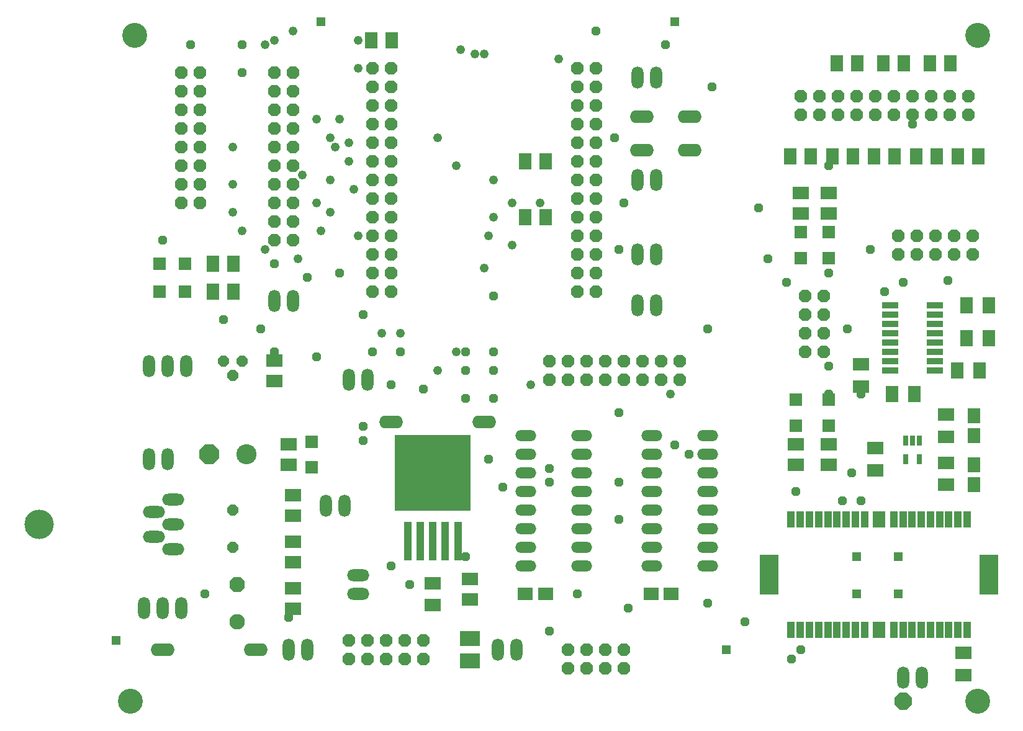
<source format=gts>
G75*
G70*
%OFA0B0*%
%FSLAX24Y24*%
%IPPOS*%
%LPD*%
%AMOC8*
5,1,8,0,0,1.08239X$1,22.5*
%
%ADD10C,0.1340*%
%ADD11OC8,0.0680*%
%ADD12R,0.0710X0.0867*%
%ADD13OC8,0.0600*%
%ADD14C,0.1080*%
%ADD15OC8,0.1080*%
%ADD16O,0.1189X0.0634*%
%ADD17C,0.1576*%
%ADD18O,0.1280X0.0680*%
%ADD19C,0.0830*%
%ADD20OC8,0.0830*%
%ADD21R,0.0297X0.0552*%
%ADD22R,0.0867X0.0671*%
%ADD23OC8,0.0930*%
%ADD24R,0.0671X0.0671*%
%ADD25R,0.0867X0.0710*%
%ADD26O,0.1120X0.0600*%
%ADD27R,0.4080X0.4080*%
%ADD28R,0.0400X0.2080*%
%ADD29R,0.1064X0.0848*%
%ADD30O,0.0640X0.1200*%
%ADD31R,0.0848X0.0671*%
%ADD32R,0.0671X0.0848*%
%ADD33R,0.0671X0.0867*%
%ADD34R,0.0880X0.0340*%
%ADD35O,0.1200X0.0640*%
%ADD36R,0.0395X0.0867*%
%ADD37R,0.1025X0.2167*%
%ADD38C,0.0480*%
%ADD39OC8,0.0476*%
%ADD40R,0.0476X0.0476*%
D10*
X006120Y002558D03*
X051620Y002558D03*
X051620Y038308D03*
X006370Y038308D03*
D11*
X008870Y036308D03*
X009870Y036308D03*
X009870Y035308D03*
X008870Y035308D03*
X008870Y034308D03*
X009870Y034308D03*
X009870Y033308D03*
X008870Y033308D03*
X008870Y032308D03*
X009870Y032308D03*
X009870Y031308D03*
X008870Y031308D03*
X008870Y030308D03*
X009870Y030308D03*
X009870Y029308D03*
X008870Y029308D03*
X013870Y029308D03*
X014870Y029308D03*
X014870Y028308D03*
X013870Y028308D03*
X013870Y027308D03*
X014870Y027308D03*
X014870Y030308D03*
X014870Y031308D03*
X014870Y032308D03*
X013870Y032308D03*
X013870Y031308D03*
X013870Y030308D03*
X013870Y033308D03*
X013870Y034308D03*
X014870Y034308D03*
X014870Y033308D03*
X014870Y035308D03*
X014870Y036308D03*
X013870Y036308D03*
X013870Y035308D03*
X019120Y035558D03*
X020120Y035558D03*
X020120Y036558D03*
X019120Y036558D03*
X019120Y034558D03*
X020120Y034558D03*
X020120Y033558D03*
X019120Y033558D03*
X019120Y032558D03*
X020120Y032558D03*
X020120Y031558D03*
X019120Y031558D03*
X019120Y030558D03*
X020120Y030558D03*
X020120Y029558D03*
X019120Y029558D03*
X019120Y028558D03*
X020120Y028558D03*
X020120Y027558D03*
X019120Y027558D03*
X019120Y026558D03*
X020120Y026558D03*
X020120Y025558D03*
X019120Y025558D03*
X019120Y024558D03*
X020120Y024558D03*
X028620Y020808D03*
X029620Y020808D03*
X030620Y020808D03*
X031620Y020808D03*
X032620Y020808D03*
X033620Y020808D03*
X034620Y020808D03*
X035620Y020808D03*
X035620Y019808D03*
X034620Y019808D03*
X033620Y019808D03*
X032620Y019808D03*
X031620Y019808D03*
X030620Y019808D03*
X029620Y019808D03*
X028620Y019808D03*
X030120Y024558D03*
X031120Y024558D03*
X031120Y025558D03*
X031120Y026558D03*
X030120Y026558D03*
X030120Y025558D03*
X030120Y027558D03*
X030120Y028558D03*
X031120Y028558D03*
X031120Y027558D03*
X031120Y029558D03*
X031120Y030558D03*
X030120Y030558D03*
X030120Y029558D03*
X030120Y031558D03*
X030120Y032558D03*
X031120Y032558D03*
X031120Y031558D03*
X031120Y033558D03*
X031120Y034558D03*
X030120Y034558D03*
X030120Y033558D03*
X030120Y035558D03*
X030120Y036558D03*
X031120Y036558D03*
X031120Y035558D03*
X042120Y035058D03*
X043120Y035058D03*
X044120Y035058D03*
X045120Y035058D03*
X046120Y035058D03*
X047120Y035058D03*
X048120Y035058D03*
X049120Y035058D03*
X050120Y035058D03*
X051120Y035058D03*
X051120Y034058D03*
X050120Y034058D03*
X049120Y034058D03*
X048120Y034058D03*
X047120Y034058D03*
X046120Y034058D03*
X045120Y034058D03*
X044120Y034058D03*
X043120Y034058D03*
X042120Y034058D03*
X047370Y027558D03*
X048370Y027558D03*
X049370Y027558D03*
X050370Y027558D03*
X051370Y027558D03*
X051370Y026558D03*
X050370Y026558D03*
X049370Y026558D03*
X048370Y026558D03*
X047370Y026558D03*
X043370Y024308D03*
X042370Y024308D03*
X042370Y023308D03*
X043370Y023308D03*
X043370Y022308D03*
X042370Y022308D03*
X042370Y021308D03*
X043370Y021308D03*
X032620Y005308D03*
X031620Y005308D03*
X030620Y005308D03*
X029620Y005308D03*
X029620Y004308D03*
X030620Y004308D03*
X031620Y004308D03*
X032620Y004308D03*
X021870Y004808D03*
X020870Y004808D03*
X019870Y004808D03*
X018870Y004808D03*
X017870Y004808D03*
X017870Y005808D03*
X018870Y005808D03*
X019870Y005808D03*
X020870Y005808D03*
X021870Y005808D03*
D12*
X011671Y024558D03*
X010569Y024558D03*
X010569Y026058D03*
X011671Y026058D03*
X027319Y028558D03*
X028421Y028558D03*
X028421Y031558D03*
X027319Y031558D03*
X020171Y038058D03*
X019069Y038058D03*
X041569Y031808D03*
X042671Y031808D03*
X043819Y031808D03*
X044921Y031808D03*
X046069Y031808D03*
X047171Y031808D03*
X048319Y031808D03*
X049421Y031808D03*
X050569Y031808D03*
X051671Y031808D03*
X050171Y036808D03*
X049069Y036808D03*
X047671Y036808D03*
X046569Y036808D03*
X045171Y036808D03*
X044069Y036808D03*
D13*
X012120Y020808D03*
X011620Y020058D03*
X011120Y020808D03*
X011620Y012808D03*
X011620Y010808D03*
D14*
X012370Y015808D03*
D15*
X010370Y015808D03*
D16*
X008427Y013396D03*
X007391Y012727D03*
X008427Y012058D03*
X007391Y011388D03*
X008427Y010719D03*
D17*
X001222Y012058D03*
D18*
X007870Y005308D03*
X012870Y005308D03*
X020120Y017558D03*
X025120Y017558D03*
X033590Y032168D03*
X033590Y033948D03*
X036150Y033948D03*
X036150Y032168D03*
D19*
X011870Y006808D03*
D20*
X011870Y008808D03*
D21*
X047746Y015546D03*
X048494Y015546D03*
X048494Y016569D03*
X048120Y016569D03*
X047746Y016569D03*
D22*
X046120Y016148D03*
X046120Y014967D03*
X049930Y015358D03*
X049930Y014177D03*
X049930Y016757D03*
X049930Y017938D03*
X045370Y019467D03*
X045370Y020648D03*
X050870Y005148D03*
X050870Y003967D03*
X022370Y007717D03*
X022370Y008898D03*
D23*
X047620Y002558D03*
D24*
X043620Y017369D03*
X043620Y018747D03*
X041870Y018747D03*
X041870Y017369D03*
X042120Y026369D03*
X042120Y027747D03*
X043620Y027747D03*
X043620Y026369D03*
X015870Y016497D03*
X015870Y015119D03*
X009059Y024558D03*
X007681Y024558D03*
X007681Y026058D03*
X009059Y026058D03*
D25*
X013870Y020859D03*
X013870Y019756D03*
X014620Y016359D03*
X014620Y015256D03*
X014870Y013609D03*
X014870Y012506D03*
X014870Y011109D03*
X014870Y010006D03*
X014870Y008609D03*
X014870Y007506D03*
X024370Y008006D03*
X024370Y009109D03*
X041870Y015256D03*
X041870Y016359D03*
X043620Y016359D03*
X043620Y015256D03*
X043620Y028756D03*
X043620Y029859D03*
X042120Y029859D03*
X042120Y028756D03*
D26*
X037120Y016808D03*
X037120Y015808D03*
X037120Y014808D03*
X037120Y013808D03*
X037120Y012808D03*
X037120Y011808D03*
X037120Y010808D03*
X037120Y009808D03*
X034120Y009808D03*
X034120Y010808D03*
X034120Y011808D03*
X034120Y012808D03*
X034120Y013808D03*
X034120Y014808D03*
X034120Y015808D03*
X034120Y016808D03*
X030370Y016808D03*
X030370Y015808D03*
X030370Y014808D03*
X030370Y013808D03*
X030370Y012808D03*
X030370Y011808D03*
X030370Y010808D03*
X030370Y009808D03*
X027370Y009808D03*
X027370Y010808D03*
X027370Y011808D03*
X027370Y012808D03*
X027370Y013808D03*
X027370Y014808D03*
X027370Y015808D03*
X027370Y016808D03*
D27*
X022370Y014808D03*
D28*
X022370Y011138D03*
X023040Y011138D03*
X023710Y011138D03*
X021700Y011138D03*
X021030Y011138D03*
D29*
X024370Y005908D03*
X024370Y004707D03*
D30*
X025870Y005308D03*
X026870Y005308D03*
X017620Y013058D03*
X016620Y013058D03*
X008870Y007558D03*
X007870Y007558D03*
X006870Y007558D03*
X014620Y005308D03*
X015620Y005308D03*
X008120Y015558D03*
X007120Y015558D03*
X007120Y020558D03*
X008120Y020558D03*
X009120Y020558D03*
X013870Y024058D03*
X014870Y024058D03*
X017870Y019808D03*
X018870Y019808D03*
X033370Y023808D03*
X034370Y023808D03*
X034370Y026558D03*
X033370Y026558D03*
X033370Y030558D03*
X034370Y030558D03*
X034370Y036058D03*
X033370Y036058D03*
X047620Y003808D03*
X048620Y003808D03*
D31*
X035161Y008308D03*
X034078Y008308D03*
X028411Y008308D03*
X027328Y008308D03*
D32*
X051430Y014176D03*
X051430Y015259D03*
X051430Y016806D03*
X051430Y017889D03*
D33*
X051710Y020308D03*
X050529Y020308D03*
X051029Y022058D03*
X052210Y022058D03*
X052210Y023808D03*
X051029Y023808D03*
X048210Y019058D03*
X047029Y019058D03*
X046332Y012308D03*
X046332Y006402D03*
D34*
X046910Y020308D03*
X046910Y020808D03*
X046910Y021308D03*
X046910Y021808D03*
X046910Y022308D03*
X046910Y022808D03*
X046910Y023308D03*
X046910Y023808D03*
X049330Y023808D03*
X049330Y023308D03*
X049330Y022808D03*
X049330Y022308D03*
X049330Y021808D03*
X049330Y021308D03*
X049330Y020808D03*
X049330Y020308D03*
D35*
X018370Y009308D03*
X018370Y008308D03*
D36*
X041608Y006402D03*
X042100Y006402D03*
X042592Y006402D03*
X043084Y006402D03*
X043576Y006402D03*
X044069Y006402D03*
X044561Y006402D03*
X045053Y006402D03*
X045545Y006402D03*
X047120Y006402D03*
X047612Y006402D03*
X048104Y006402D03*
X048596Y006402D03*
X049088Y006402D03*
X049580Y006402D03*
X050073Y006402D03*
X050565Y006402D03*
X051057Y006402D03*
X051057Y012308D03*
X050565Y012308D03*
X050073Y012308D03*
X049580Y012308D03*
X049088Y012308D03*
X048596Y012308D03*
X048104Y012308D03*
X047612Y012308D03*
X047120Y012308D03*
X045545Y012308D03*
X045053Y012308D03*
X044561Y012308D03*
X044069Y012308D03*
X043576Y012308D03*
X043084Y012308D03*
X042592Y012308D03*
X042100Y012308D03*
X041608Y012308D03*
D37*
X040427Y009355D03*
X052238Y009355D03*
D38*
X035120Y019058D03*
X027620Y019558D03*
X023620Y021308D03*
X022620Y020308D03*
X020620Y022308D03*
X019620Y022308D03*
X015120Y026308D03*
X013370Y026808D03*
X012120Y027808D03*
X011620Y028808D03*
X011620Y030308D03*
X011620Y032308D03*
X015370Y030808D03*
X016870Y030558D03*
X018120Y030058D03*
X016870Y028808D03*
X016120Y029308D03*
X016370Y027808D03*
X018370Y027558D03*
X017870Y031558D03*
X017120Y032308D03*
X017870Y032558D03*
X016870Y032808D03*
X017370Y033808D03*
X016120Y033808D03*
X018370Y036558D03*
X018370Y038058D03*
X014870Y038558D03*
X013870Y038058D03*
X013370Y037808D03*
X022620Y032808D03*
X023620Y031308D03*
X025620Y030558D03*
X026620Y029308D03*
X025620Y028558D03*
X025370Y027558D03*
X026620Y027058D03*
X025120Y025808D03*
X028120Y029308D03*
X029120Y037058D03*
X025120Y037308D03*
X024620Y037308D03*
X023870Y037558D03*
D39*
X031120Y038558D03*
X034870Y037808D03*
X037370Y035558D03*
X032120Y032808D03*
X032620Y029308D03*
X032370Y026808D03*
X037120Y022558D03*
X041370Y025058D03*
X040370Y026308D03*
X039870Y029058D03*
X043620Y031308D03*
X048120Y033558D03*
X045870Y026808D03*
X047620Y025058D03*
X046620Y024558D03*
X044620Y022558D03*
X043620Y020558D03*
X043620Y019058D03*
X045370Y019058D03*
X044870Y014808D03*
X045370Y013308D03*
X044370Y013308D03*
X041870Y013808D03*
X036120Y015808D03*
X035370Y016308D03*
X032370Y018058D03*
X028620Y015058D03*
X028620Y014308D03*
X026120Y014058D03*
X025370Y015558D03*
X025620Y018808D03*
X024120Y018808D03*
X024120Y020308D03*
X024120Y021308D03*
X025620Y021308D03*
X025620Y020308D03*
X021870Y019308D03*
X020120Y019558D03*
X020620Y021308D03*
X019120Y021308D03*
X018620Y023308D03*
X016120Y021058D03*
X013870Y021308D03*
X013120Y022558D03*
X011120Y023058D03*
X013870Y026058D03*
X015620Y025308D03*
X017370Y025558D03*
X025620Y024308D03*
X018620Y017308D03*
X018620Y016558D03*
X024120Y010308D03*
X021120Y008808D03*
X020120Y009808D03*
X014620Y007058D03*
X010120Y008308D03*
X028620Y006308D03*
X030120Y008308D03*
X032870Y007558D03*
X037120Y007808D03*
X039120Y006808D03*
X041620Y004808D03*
X042120Y005308D03*
X032370Y012308D03*
X032370Y014308D03*
X043620Y025558D03*
X050020Y025158D03*
X012120Y036308D03*
X012120Y037808D03*
X009370Y037808D03*
X007870Y027308D03*
D40*
X016370Y039058D03*
X035370Y039058D03*
X045120Y010308D03*
X045120Y008308D03*
X047370Y008308D03*
X047370Y010308D03*
X038120Y005308D03*
X005370Y005808D03*
M02*

</source>
